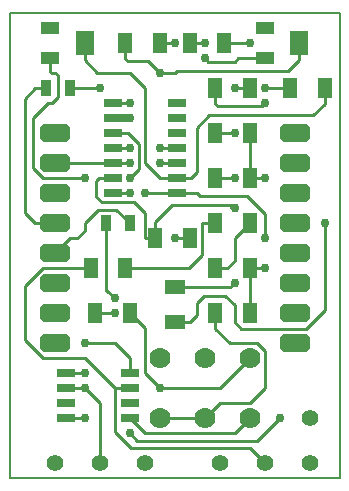
<source format=gbr>
G04 PROTEUS GERBER X2 FILE*
%TF.GenerationSoftware,Labcenter,Proteus,8.9-SP0-Build27865*%
%TF.CreationDate,2021-07-06T13:58:13+00:00*%
%TF.FileFunction,Copper,L1,Top*%
%TF.FilePolarity,Positive*%
%TF.Part,Single*%
%TF.SameCoordinates,{18627ce9-af7a-45ab-814d-a4259279258d}*%
%FSLAX45Y45*%
%MOMM*%
G01*
%TA.AperFunction,Conductor*%
%ADD10C,0.254000*%
%ADD11C,0.635000*%
%TA.AperFunction,ViaPad*%
%ADD12C,0.762000*%
%AMDIL003*
4,1,8,
-1.270000,0.457200,-0.965200,0.762000,0.965200,0.762000,1.270000,0.457200,1.270000,-0.457200,
0.965200,-0.762000,-0.965200,-0.762000,-1.270000,-0.457200,-1.270000,0.457200,
0*%
%TA.AperFunction,ComponentPad*%
%ADD13DIL003*%
%TA.AperFunction,SMDPad,CuDef*%
%ADD14R,1.520000X0.650000*%
%TA.AperFunction,SMDPad,CuDef*%
%ADD15R,1.524000X1.016000*%
%ADD16R,1.524000X2.032000*%
%TA.AperFunction,SMDPad,CuDef*%
%ADD17R,1.143000X1.803400*%
%ADD18R,1.803400X1.143000*%
%ADD19R,0.939800X1.447800*%
%TA.AperFunction,ComponentPad*%
%ADD70C,1.778000*%
%TA.AperFunction,WasherPad*%
%ADD71C,1.397000*%
%TA.AperFunction,Profile*%
%ADD20C,0.203200*%
%TD.AperFunction*%
D10*
X-8001000Y+1016000D02*
X-8037000Y+980000D01*
X-8509000Y+980000D01*
X-7874000Y-127000D02*
X-8001000Y-254000D01*
X-8763000Y-254000D01*
X-8890000Y-127000D01*
X-9017000Y+127000D02*
X-8890000Y+127000D01*
X-9271000Y+508000D02*
X-9017000Y+508000D01*
X-8890000Y+381000D01*
X-8890000Y+254000D01*
X-8636000Y+2159000D02*
X-8492000Y+2159000D01*
X-8636000Y+127000D02*
X-8128000Y+127000D01*
X-7874000Y+381000D01*
X-8636000Y+127000D02*
X-8763000Y+254000D01*
X-8763000Y+635000D01*
X-8890000Y+762000D01*
X-9271000Y-127000D02*
X-9432000Y-127000D01*
X-8890000Y+2159000D02*
X-9034000Y+2159000D01*
X-9271000Y+254000D02*
X-9432000Y+254000D01*
X-8492000Y+1778000D02*
X-8763000Y+1778000D01*
X-9144000Y+2667000D02*
X-9398000Y+2667000D01*
X-8636000Y+2032000D02*
X-8492000Y+2032000D01*
X-8890000Y+1778000D02*
X-9034000Y+1778000D01*
X-8255000Y+3048000D02*
X-8382000Y+3048000D01*
X-7874000Y+3048000D02*
X-8092000Y+3048000D01*
X-9017000Y+889000D02*
X-9080500Y+952500D01*
X-9090000Y+952500D01*
X-9090000Y+1524000D01*
D11*
X-8890000Y+2413000D02*
X-9034000Y+2413000D01*
D10*
X-8255000Y+2921000D02*
X-8226107Y+2892107D01*
X-8001000Y+2892107D01*
X-7972107Y+2921000D01*
X-7747000Y+2921000D01*
X-8890000Y+2540000D02*
X-9034000Y+2540000D01*
X-8509000Y+1397000D02*
X-8382000Y+1397000D01*
X-8001000Y+2286000D02*
X-8164000Y+2286000D01*
X-9017000Y+762000D02*
X-9180000Y+762000D01*
X-7620000Y-127000D02*
X-7810500Y-317500D01*
X-8826500Y-317500D01*
X-8890000Y-254000D01*
X-7874000Y+1905000D02*
X-7874000Y+2286000D01*
X-7874000Y+1905000D02*
X-7747000Y+1905000D01*
X-7874000Y+1143000D02*
X-7874000Y+762000D01*
X-8001000Y+1905000D02*
X-8164000Y+1905000D01*
X-7874000Y+1143000D02*
X-7747000Y+1143000D01*
X-9271000Y+127000D02*
X-9144000Y+0D01*
X-9144000Y-508000D01*
X-9525000Y+2032000D02*
X-9034000Y+2032000D01*
X-8255000Y-127000D02*
X-8636000Y-127000D01*
X-7747000Y+2667000D02*
X-7529000Y+2667000D01*
X-9034000Y+2032000D02*
X-8890000Y+2032000D01*
X-8509000Y+3048000D02*
X-8636000Y+3048000D01*
X-9271000Y+127000D02*
X-9432000Y+127000D01*
X-8001000Y+2667000D02*
X-7874000Y+2666999D01*
X-7874000Y+2667000D01*
X-9017000Y+127000D02*
X-9017000Y-241300D01*
X-8877300Y-381000D01*
X-7874000Y-381000D01*
X-7747000Y-508000D01*
X-9017000Y+127000D02*
X-9271000Y+381000D01*
X-9625666Y+381000D01*
X-9779000Y+534334D01*
X-9779000Y+989666D01*
X-9625666Y+1143000D01*
X-9216000Y+1143000D01*
X-8492000Y+1778000D02*
X-8318575Y+1778000D01*
X-8292750Y+1752175D01*
X-7899187Y+1752175D01*
X-7747000Y+1599988D01*
X-7747000Y+1397000D01*
X-9271000Y+1905000D02*
X-9624763Y+1905000D01*
X-9709150Y+1989387D01*
X-9709150Y+2413000D01*
X-9582150Y+2540000D01*
X-9547144Y+2540000D01*
X-9498000Y+2589144D01*
X-9498000Y+2774933D01*
X-9517067Y+2794000D01*
X-9550383Y+2794000D01*
X-9563100Y+2806717D01*
X-9563100Y+2921000D01*
X-8492000Y+1905000D02*
X-8636000Y+1905000D01*
X-8763000Y+2032000D01*
X-8763000Y+2667000D01*
X-8890000Y+2794000D01*
X-9163050Y+2794000D01*
X-9271000Y+2901950D01*
X-9271000Y+3048000D01*
X-8492000Y+1905000D02*
X-8373537Y+1905000D01*
X-8318575Y+1959962D01*
X-8318575Y+2333280D01*
X-8213019Y+2438836D01*
X-7334032Y+2438836D01*
X-7239000Y+2533868D01*
X-7239000Y+2667000D01*
X-8672000Y+1397000D02*
X-8763000Y+1397000D01*
X-8763000Y+1612527D01*
X-8852273Y+1701800D01*
X-9124635Y+1701800D01*
X-9171450Y+1748615D01*
X-9171450Y+1883585D01*
X-9150035Y+1905000D01*
X-9034000Y+1905000D01*
X-8890000Y+1905000D02*
X-8813800Y+1981200D01*
X-8813800Y+2194950D01*
X-8904850Y+2286000D01*
X-9034000Y+2286000D01*
X-8636000Y+2794000D02*
X-8509000Y+2794000D01*
X-8489315Y+2813685D01*
X-7546657Y+2813685D01*
X-7454900Y+2905442D01*
X-7454900Y+3048000D01*
X-8636000Y+2794000D02*
X-8736965Y+2894965D01*
X-8906633Y+2894965D01*
X-8926000Y+2914332D01*
X-8926000Y+3048000D01*
X-7239000Y+1524000D02*
X-7239000Y+787699D01*
X-7398684Y+628015D01*
X-7943887Y+628015D01*
X-8001000Y+685128D01*
X-8001000Y+827222D01*
X-8083513Y+909735D01*
X-8255632Y+909735D01*
X-8319990Y+845377D01*
X-8319990Y+748008D01*
X-8377998Y+690000D01*
X-8509000Y+690000D01*
X-7747000Y+2540000D02*
X-7762875Y+2524125D01*
X-7762875Y+2514183D01*
X-8144742Y+2514183D01*
X-8164000Y+2533441D01*
X-8164000Y+2667000D01*
X-8164000Y+1143000D02*
X-8063450Y+1143000D01*
X-8001000Y+1205450D01*
X-8001000Y+1397000D01*
X-7874000Y+1524000D01*
X-8926000Y+1143000D02*
X-8384592Y+1143000D01*
X-8273000Y+1254592D01*
X-8273000Y+1524000D01*
X-8164000Y+1524000D01*
X-8255000Y-127000D02*
X-8128000Y+0D01*
X-7874000Y+0D01*
X-7747000Y+127000D01*
X-7747000Y+443014D01*
X-7811986Y+508000D01*
X-8041864Y+508000D01*
X-8164000Y+630136D01*
X-8164000Y+762000D01*
X-9525000Y+1524000D02*
X-9690100Y+1524000D01*
X-9779000Y+1612900D01*
X-9779000Y+2576500D01*
X-9688500Y+2667000D01*
X-9598000Y+2667000D01*
X-9525000Y+1270000D02*
X-9398000Y+1397000D01*
X-9334500Y+1397000D01*
X-9271000Y+1460500D01*
X-9271000Y+1524000D01*
X-9157789Y+1637211D01*
X-9003211Y+1637211D01*
X-8890000Y+1524000D01*
X-8672000Y+1397000D02*
X-8672000Y+1536911D01*
X-8532090Y+1676821D01*
X-8034875Y+1676821D01*
X-8034875Y+1651000D01*
X-8001000Y+1651000D01*
D12*
X-8001000Y+1016000D03*
X-9271000Y-127000D03*
X-8636000Y+127000D03*
X-8890000Y+2159000D03*
X-7874000Y+3048000D03*
X-9017000Y+889000D03*
X-8890000Y+2413000D03*
X-8509000Y+1397000D03*
X-8001000Y+2286000D03*
X-7620000Y-127000D03*
X-8001000Y+1905000D03*
X-8890000Y+2032000D03*
X-9271000Y+127000D03*
X-8001000Y+2667000D03*
X-8890000Y+1905000D03*
X-8636000Y+2794000D03*
X-8001000Y+1651000D03*
X-9271000Y+508000D03*
X-8636000Y+2159000D03*
X-7747000Y+1397000D03*
X-9271000Y+1905000D03*
X-8763000Y+1778000D03*
X-8636000Y+2032000D03*
X-9144000Y+2667000D03*
X-8890000Y+1778000D03*
X-8255000Y+3048000D03*
X-8255000Y+2921000D03*
X-8890000Y+2540000D03*
X-7747000Y+2540000D03*
X-7239000Y+1524000D03*
X-8890000Y-254000D03*
X-9017000Y+762000D03*
X-7747000Y+1905000D03*
X-7747000Y+1143000D03*
X-8509000Y+3048000D03*
X-7747000Y+2667000D03*
X-9271000Y+254000D03*
D13*
X-7493000Y+2286000D03*
X-7493000Y+2032000D03*
X-7493000Y+1778000D03*
X-7493000Y+1524000D03*
X-7493000Y+1270000D03*
X-7493000Y+1016000D03*
X-7493000Y+762000D03*
X-7493000Y+508000D03*
X-9525000Y+508000D03*
X-9525000Y+762000D03*
X-9525000Y+1016000D03*
X-9525000Y+1270000D03*
X-9525000Y+1524000D03*
X-9525000Y+1778000D03*
X-9525000Y+2032000D03*
X-9525000Y+2286000D03*
D14*
X-8492000Y+1778000D03*
X-8492000Y+1905000D03*
X-8492000Y+2032000D03*
X-8492000Y+2159000D03*
X-8492000Y+2286000D03*
X-8492000Y+2413000D03*
X-8492000Y+2540000D03*
X-9034000Y+2540000D03*
X-9034000Y+2413000D03*
X-9034000Y+2286000D03*
X-9034000Y+2159000D03*
X-9034000Y+2032000D03*
X-9034000Y+1905000D03*
X-9034000Y+1778000D03*
X-8890000Y-127000D03*
X-8890000Y+0D03*
X-8890000Y+127000D03*
X-8890000Y+254000D03*
X-9432000Y+254000D03*
X-9432000Y+127000D03*
X-9432000Y+0D03*
X-9432000Y-127000D03*
D15*
X-7747000Y+3175000D03*
X-7747000Y+2921000D03*
D16*
X-7454900Y+3048000D03*
D15*
X-9563100Y+3175000D03*
X-9563100Y+2921000D03*
D16*
X-9271000Y+3048000D03*
D17*
X-7874000Y+1524000D03*
X-8164000Y+1524000D03*
X-8926000Y+1143000D03*
X-9216000Y+1143000D03*
X-7874000Y+1143000D03*
X-8164000Y+1143000D03*
X-8164000Y+762000D03*
X-7874000Y+762000D03*
X-7874000Y+1905000D03*
X-8164000Y+1905000D03*
X-8890000Y+762000D03*
X-9180000Y+762000D03*
X-7874000Y+2286000D03*
X-8164000Y+2286000D03*
X-7874000Y+2667000D03*
X-8164000Y+2667000D03*
D18*
X-8509000Y+690000D03*
X-8509000Y+980000D03*
D19*
X-8890000Y+1524000D03*
X-9090000Y+1524000D03*
D17*
X-8636000Y+3048000D03*
X-8926000Y+3048000D03*
X-8382000Y+1397000D03*
X-8672000Y+1397000D03*
X-8092000Y+3048000D03*
X-8382000Y+3048000D03*
D19*
X-9398000Y+2667000D03*
X-9598000Y+2667000D03*
D17*
X-7239000Y+2667000D03*
X-7529000Y+2667000D03*
D70*
X-8255000Y+381000D03*
X-8255000Y-127000D03*
X-7874000Y+381000D03*
X-7874000Y-127000D03*
X-8636000Y+381000D03*
X-8636000Y-127000D03*
D71*
X-9525000Y-508000D03*
X-8763000Y-508000D03*
X-9144000Y-508000D03*
X-7366000Y-508000D03*
X-7747000Y-508000D03*
X-7366000Y-127000D03*
X-8128000Y-508000D03*
D20*
X-9906000Y-635000D02*
X-7112000Y-635000D01*
X-7112000Y+3302000D01*
X-9906000Y+3302000D01*
X-9906000Y-635000D01*
M02*

</source>
